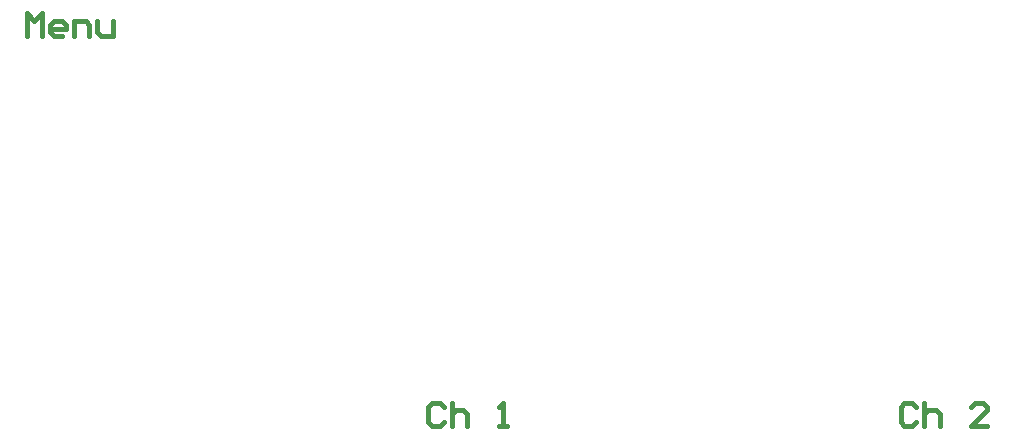
<source format=gto>
G04*
G04 #@! TF.GenerationSoftware,Altium Limited,Altium Designer,20.1.11 (218)*
G04*
G04 Layer_Color=65535*
%FSLAX25Y25*%
%MOIN*%
G70*
G04*
G04 #@! TF.SameCoordinates,3044359D-6A74-43E1-AAAF-26A8050CFDDE*
G04*
G04*
G04 #@! TF.FilePolarity,Positive*
G04*
G01*
G75*
%ADD10C,0.01575*%
D10*
X369027Y39630D02*
X367715Y40942D01*
X365091D01*
X363779Y39630D01*
Y34383D01*
X365091Y33071D01*
X367715D01*
X369027Y34383D01*
X371651Y40942D02*
Y33071D01*
Y37007D01*
X372963Y38318D01*
X375587D01*
X376899Y37007D01*
Y33071D01*
X392642D02*
X387394D01*
X392642Y38318D01*
Y39630D01*
X391330Y40942D01*
X388706D01*
X387394Y39630D01*
X211547D02*
X210235Y40942D01*
X207611D01*
X206299Y39630D01*
Y34383D01*
X207611Y33071D01*
X210235D01*
X211547Y34383D01*
X214171Y40942D02*
Y33071D01*
Y37007D01*
X215483Y38318D01*
X218106D01*
X219418Y37007D01*
Y33071D01*
X229914D02*
X232538D01*
X231226D01*
Y40942D01*
X229914Y39630D01*
X72441Y162992D02*
Y170864D01*
X75065Y168240D01*
X77689Y170864D01*
Y162992D01*
X84248D02*
X81624D01*
X80312Y164304D01*
Y166928D01*
X81624Y168240D01*
X84248D01*
X85560Y166928D01*
Y165616D01*
X80312D01*
X88184Y162992D02*
Y168240D01*
X92120D01*
X93432Y166928D01*
Y162992D01*
X96055Y168240D02*
Y164304D01*
X97367Y162992D01*
X101303D01*
Y168240D01*
M02*

</source>
